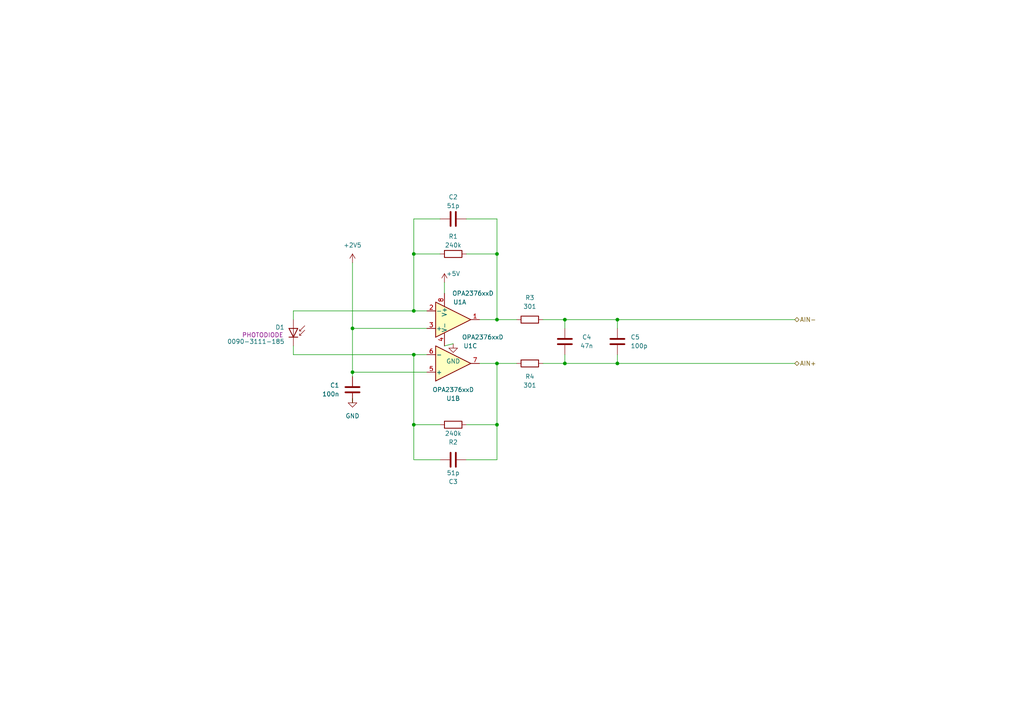
<source format=kicad_sch>
(kicad_sch (version 20211123) (generator eeschema)
  (paper "A4")
  (title_block (title "Development Board") (date "2023-01-23") (rev "2.1.1") (company "Plastic Scanner"))
  (lib_symbols
    (symbol "Amplifier_Operational:OPA2376xxD" (pin_names (offset 0.127))
      (property "Reference" "U" (at 0 5.08 0))
      (property "Value" "OPA2376xxD" (at 0 -5.08 0))
      (symbol "OPA2376xxD_1_1"
        (polyline (pts (xy -5.08 5.08) (xy 5.08 0) (xy -5.08 -5.08) (xy -5.08 5.08)) (stroke (width 0.254)) (fill (type background)))
        (pin output line (at 7.62 0 180) (length 2.54) (name "~") (number "1"))
        (pin input line (at -7.62 -2.54 0) (length 2.54) (name "-") (number "2"))
        (pin input line (at -7.62 2.54 0) (length 2.54) (name "+") (number "3"))
      )
      (symbol "OPA2376xxD_2_1"
        (polyline (pts (xy -5.08 5.08) (xy 5.08 0) (xy -5.08 -5.08) (xy -5.08 5.08)) (stroke (width 0.254)) (fill (type background)))
        (pin input line (at -7.62 2.54 0) (length 2.54) (name "+") (number "5"))
        (pin input line (at -7.62 -2.54 0) (length 2.54) (name "-") (number "6"))
        (pin output line (at 7.62 0 180) (length 2.54) (name "~") (number "7"))
      )
      (symbol "OPA2376xxD_3_1"
        (pin power_in line (at -2.54 -7.62 90) (length 3.81) (name "V-") (number "4"))
        (pin power_in line (at -2.54 7.62 270) (length 3.81) (name "V+") (number "8"))
      )
    )
    (symbol "Device:C" (pin_numbers hide) (pin_names (offset 0.254))
      (property "Reference" "C" (at 0.635 2.54 0))
      (property "Value" "C" (at 0.635 -2.54 0))
      (symbol "C_0_1"
        (polyline (pts (xy -2.032 -0.762) (xy 2.032 -0.762)) (stroke (width 0.508)))
        (polyline (pts (xy -2.032 0.762) (xy 2.032 0.762)) (stroke (width 0.508)))
      )
      (symbol "C_1_1"
        (pin passive line (at 0 3.81 270) (length 2.794) (name "~") (number "1"))
        (pin passive line (at 0 -3.81 90) (length 2.794) (name "~") (number "2"))
      )
    )
    (symbol "Device:D_Photo" (pin_numbers hide) (pin_names hide)
      (property "Reference" "D" (at 0.508 1.778 0))
      (property "Value" "D_Photo" (at -1.016 -2.794 0))
      (symbol "D_Photo_0_1"
        (polyline (pts (xy -2.54 1.27) (xy -2.54 -1.27)) (stroke (width 0.254)))
        (polyline (pts (xy -2.032 1.778) (xy -1.524 1.778)))
        (polyline (pts (xy 0 0) (xy -2.54 0)))
        (polyline (pts (xy -0.508 3.302) (xy -2.032 1.778) (xy -2.032 2.286)))
        (polyline (pts (xy 0 -1.27) (xy 0 1.27) (xy -2.54 0) (xy 0 -1.27)) (stroke (width 0.254)))
        (polyline (pts (xy 0.762 3.302) (xy -0.762 1.778) (xy -0.762 2.286) (xy -0.762 1.778) (xy -0.254 1.778)))
      )
      (symbol "D_Photo_1_1"
        (pin passive line (at -5.08 0 0) (length 2.54) (name "K") (number "1"))
        (pin passive line (at 2.54 0 180) (length 2.54) (name "A") (number "2"))
      )
    )
    (symbol "Device:R" (pin_numbers hide) (pin_names (offset 0))
      (property "Reference" "R" (at 2.032 0 90))
      (property "Value" "R" (at 0 0 90))
      (symbol "R_0_1"
        (rectangle (start -1.016 -2.54) (end 1.016 2.54) (stroke (width 0.254)))
      )
      (symbol "R_1_1"
        (pin passive line (at 0 3.81 270) (length 1.27) (name "~") (number "1"))
        (pin passive line (at 0 -3.81 90) (length 1.27) (name "~") (number "2"))
      )
    )
    (symbol "power:+2V5" (power) (pin_names (offset 0))
      (property "Value" "+2V5" (at 0 3.556 0))
      (symbol "+2V5_0_1"
        (polyline (pts (xy -0.762 1.27) (xy 0 2.54)))
        (polyline (pts (xy 0 0) (xy 0 2.54)))
        (polyline (pts (xy 0 2.54) (xy 0.762 1.27)))
      )
      (symbol "+2V5_1_1"
        (pin power_in line (at 0 0 90) (length 0) hide (name "+2V5") (number "1"))
      )
    )
    (symbol "power:+5V" (power) (pin_names (offset 0))
      (property "Value" "+5V" (at 0 3.556 0))
      (symbol "+5V_0_1"
        (polyline (pts (xy -0.762 1.27) (xy 0 2.54)))
        (polyline (pts (xy 0 0) (xy 0 2.54)))
        (polyline (pts (xy 0 2.54) (xy 0.762 1.27)))
      )
      (symbol "+5V_1_1"
        (pin power_in line (at 0 0 90) (length 0) hide (name "+5V") (number "1"))
      )
    )
    (symbol "power:GND" (power) (pin_names (offset 0))
      (property "Value" "GND" (at 0 -3.81 0))
      (symbol "GND_0_1"
        (polyline (pts (xy 0 0) (xy 0 -1.27) (xy 1.27 -1.27) (xy 0 -2.54) (xy -1.27 -1.27) (xy 0 -1.27)))
      )
      (symbol "GND_1_1"
        (pin power_in line (at 0 0 270) (length 0) hide (name "GND") (number "1"))
      )
    )
  )
  (junction (at 144.145 92.71))
  (junction (at 144.145 73.66))
  (junction (at 102.235 95.25))
  (junction (at 179.07 105.41))
  (junction (at 120.015 73.66))
  (junction (at 179.07 92.71))
  (junction (at 120.015 102.87))
  (junction (at 144.145 123.19))
  (junction (at 120.015 123.19))
  (junction (at 120.015 90.17))
  (junction (at 163.83 105.41))
  (junction (at 163.83 92.71))
  (junction (at 144.145 105.41))
  (junction (at 102.235 107.95))
  (wire (pts (xy 85.09 92.71) (xy 85.09 90.17)))
  (wire (pts (xy 139.065 105.41) (xy 144.145 105.41)))
  (wire (pts (xy 120.015 102.87) (xy 120.015 123.19)))
  (wire (pts (xy 179.07 105.41) (xy 230.505 105.41)))
  (wire (pts (xy 144.145 123.19) (xy 144.145 105.41)))
  (wire (pts (xy 120.015 102.87) (xy 123.825 102.87)))
  (wire (pts (xy 85.09 102.87) (xy 120.015 102.87)))
  (wire (pts (xy 157.48 105.41) (xy 163.83 105.41)))
  (wire (pts (xy 120.015 90.17) (xy 120.015 73.66)))
  (wire (pts (xy 144.145 92.71) (xy 149.86 92.71)))
  (wire (pts (xy 139.065 92.71) (xy 144.145 92.71)))
  (wire (pts (xy 163.83 92.71) (xy 163.83 95.25)))
  (wire (pts (xy 135.255 123.19) (xy 144.145 123.19)))
  (wire (pts (xy 120.015 123.19) (xy 127.635 123.19)))
  (wire (pts (xy 102.235 95.25) (xy 123.825 95.25)))
  (wire (pts (xy 120.015 73.66) (xy 127.635 73.66)))
  (wire (pts (xy 179.07 92.71) (xy 179.07 95.25)))
  (wire (pts (xy 120.015 90.17) (xy 123.825 90.17)))
  (wire (pts (xy 120.015 63.5) (xy 120.015 73.66)))
  (wire (pts (xy 120.015 133.35) (xy 127.635 133.35)))
  (wire (pts (xy 144.145 63.5) (xy 144.145 73.66)))
  (wire (pts (xy 120.015 123.19) (xy 120.015 133.35)))
  (wire (pts (xy 102.235 116.84) (xy 102.235 115.57)))
  (wire (pts (xy 128.905 100.33) (xy 131.445 99.695)))
  (wire (pts (xy 128.905 81.915) (xy 128.905 85.09)))
  (wire (pts (xy 179.07 92.71) (xy 230.505 92.71)))
  (wire (pts (xy 102.235 76.2) (xy 102.235 95.25)))
  (wire (pts (xy 157.48 92.71) (xy 163.83 92.71)))
  (wire (pts (xy 163.83 92.71) (xy 179.07 92.71)))
  (wire (pts (xy 102.235 107.95) (xy 102.235 109.22)))
  (wire (pts (xy 179.07 102.87) (xy 179.07 105.41)))
  (wire (pts (xy 135.255 133.35) (xy 144.145 133.35)))
  (wire (pts (xy 144.145 123.19) (xy 144.145 133.35)))
  (wire (pts (xy 135.255 73.66) (xy 144.145 73.66)))
  (wire (pts (xy 120.015 63.5) (xy 127.635 63.5)))
  (wire (pts (xy 163.83 102.87) (xy 163.83 105.41)))
  (wire (pts (xy 102.235 95.25) (xy 102.235 107.95)))
  (wire (pts (xy 144.145 105.41) (xy 149.86 105.41)))
  (wire (pts (xy 144.145 73.66) (xy 144.145 92.71)))
  (wire (pts (xy 163.83 105.41) (xy 179.07 105.41)))
  (wire (pts (xy 85.09 90.17) (xy 120.015 90.17)))
  (wire (pts (xy 85.09 100.33) (xy 85.09 102.87)))
  (wire (pts (xy 135.255 63.5) (xy 144.145 63.5)))
  (wire (pts (xy 102.235 107.95) (xy 123.825 107.95)))
  (hierarchical_label "AIN-" (shape bidirectional) (at 230.505 92.71 0))
  (hierarchical_label "AIN+" (shape bidirectional) (at 230.505 105.41 0))
  (symbol (lib_id "power:GND") (at 102.235 115.57 0) (unit 1)
    (property "Reference" "#PWR02" (effects hide))
    (property "Value" "GND" (at 102.235 120.65 0))
  )
  (symbol (lib_id "Device:R") (at 131.445 123.19 270) (mirror x) (unit 1)
    (property "Reference" "R2" (at 131.445 128.27 90))
    (property "Value" "240k" (at 131.445 125.73 90))
    (property "Footprint" "Resistor_SMD:R_0805_2012Metric_Pad1.20x1.40mm_HandSolder" (effects hide))
  )
  (symbol (lib_id "Device:R") (at 153.67 92.71 90) (unit 1)
    (property "Reference" "R3" (at 153.67 86.36 90))
    (property "Value" "301" (at 153.67 88.9 90))
    (property "Footprint" "Resistor_SMD:R_0805_2012Metric_Pad1.20x1.40mm_HandSolder" (effects hide))
  )
  (symbol (lib_id "Device:R") (at 131.445 73.66 90) (unit 1)
    (property "Reference" "R1" (at 131.445 68.58 90))
    (property "Value" "240k" (at 131.445 71.12 90))
    (property "Footprint" "Resistor_SMD:R_0805_2012Metric_Pad1.20x1.40mm_HandSolder" (effects hide))
  )
  (symbol (lib_id "Device:C") (at 179.07 99.06 0) (unit 1)
    (property "Reference" "C5" (at 182.88 97.7899 0) (effects (justify left)))
    (property "Value" "100p" (at 182.88 100.3299 0) (effects (justify left)))
    (property "Footprint" "Capacitor_SMD:C_0805_2012Metric_Pad1.18x1.45mm_HandSolder" (effects hide))
  )
  (symbol (lib_id "power:+5V") (at 128.905 81.915 0) (unit 1)
    (property "Reference" "#PWR03" (effects hide))
    (property "Value" "+5V" (at 131.445 79.375 0))
  )
  (symbol (lib_id "power:+2V5") (at 102.235 76.2 0) (unit 1)
    (property "Reference" "#PWR01" (effects hide))
    (property "Value" "+2V5" (at 102.235 71.12 0))
  )
  (symbol (lib_id "Amplifier_Operational:OPA2376xxD") (at 131.445 92.71 0) (unit 3)
    (property "Reference" "U1" (at 138.43 100.33 0) (effects (justify right)))
    (property "Value" "OPA2376xxD" (at 146.05 97.79 0) (effects (justify right)))
    (property "Footprint" "eec:Texas_Instruments-OPA2376AID-Level_A" (effects hide))
    (property "Datasheet" "http://www.ti.com/lit/ds/symlink/opa376.pdf" (effects hide))
    (property "Supplier" "https://www.aliexpress.com/item/1005003570850894.html" (effects hide))
  )
  (symbol (lib_id "Device:C") (at 131.445 133.35 90) (unit 1)
    (property "Reference" "C3" (at 131.445 139.7 90))
    (property "Value" "51p" (at 131.445 137.16 90))
    (property "Footprint" "Capacitor_SMD:C_0805_2012Metric_Pad1.18x1.45mm_HandSolder" (effects hide))
  )
  (symbol (lib_id "power:GND") (at 131.445 99.695 0) (unit 1)
    (property "Reference" "#PWR04" (effects hide))
    (property "Value" "GND" (at 131.445 104.775 0))
  )
  (symbol (lib_id "Amplifier_Operational:OPA2376xxD") (at 131.445 92.71 0) (mirror x) (unit 1)
    (property "Reference" "U1" (at 133.35 87.63 0))
    (property "Value" "OPA2376xxD" (at 137.16 85.09 0))
    (property "Footprint" "eec:Texas_Instruments-OPA2376AID-Level_A" (effects hide))
    (property "Datasheet" "http://www.ti.com/lit/ds/symlink/opa376.pdf" (effects hide))
    (property "Supplier" "https://www.aliexpress.com/item/1005003570850894.html" (effects hide))
  )
  (symbol (lib_id "Device:C") (at 131.445 63.5 90) (unit 1)
    (property "Reference" "C2" (at 131.445 57.15 90))
    (property "Value" "51p" (at 131.445 59.69 90))
    (property "Footprint" "Capacitor_SMD:C_0805_2012Metric_Pad1.18x1.45mm_HandSolder" (effects hide))
  )
  (symbol (lib_id "Device:C") (at 163.83 99.06 180) (unit 1)
    (property "Reference" "C4" (at 170.18 97.79 0))
    (property "Value" "47n" (at 170.18 100.33 0))
    (property "Footprint" "Capacitor_SMD:C_0805_2012Metric_Pad1.18x1.45mm_HandSolder" (effects hide))
  )
  (symbol (lib_id "Device:R") (at 153.67 105.41 90) (unit 1)
    (property "Reference" "R4" (at 153.67 109.22 90))
    (property "Value" "301" (at 153.67 111.76 90))
    (property "Footprint" "Resistor_SMD:R_0805_2012Metric_Pad1.20x1.40mm_HandSolder" (effects hide))
  )
  (symbol (lib_id "Amplifier_Operational:OPA2376xxD") (at 131.445 105.41 0) (mirror x) (unit 2)
    (property "Reference" "U1" (at 131.445 115.57 0))
    (property "Value" "OPA2376xxD" (at 131.445 113.03 0))
    (property "Footprint" "eec:Texas_Instruments-OPA2376AID-Level_A" (effects hide))
    (property "Datasheet" "http://www.ti.com/lit/ds/symlink/opa376.pdf" (effects hide))
    (property "Supplier" "https://www.aliexpress.com/item/1005003570850894.html" (effects hide))
  )
  (symbol (lib_id "Device:D_Photo") (at 85.09 95.25 270) (mirror x) (unit 1)
    (property "Reference" "D1" (at 82.55 94.9324 90) (effects (justify right)))
    (property "Value" "0090-3111-185" (at 82.55 99.06 90) (effects (justify right)))
    (property "Footprint" "Diode_SMD:D_1206_3216Metric_Pad1.42x1.75mm_HandSolder" (effects hide))
    (property "Humanlabel" "PHOTODIODE" (at 76.2 97.155 90))
  )
  (symbol (lib_id "Device:C") (at 102.235 113.03 0) (mirror x) (unit 1)
    (property "Reference" "C1" (at 98.425 111.7599 0) (effects (justify right)))
    (property "Value" "100n" (at 98.425 114.2999 0) (effects (justify right)))
    (property "Footprint" "Capacitor_SMD:C_0805_2012Metric_Pad1.18x1.45mm_HandSolder" (effects hide))
  )
)
</source>
